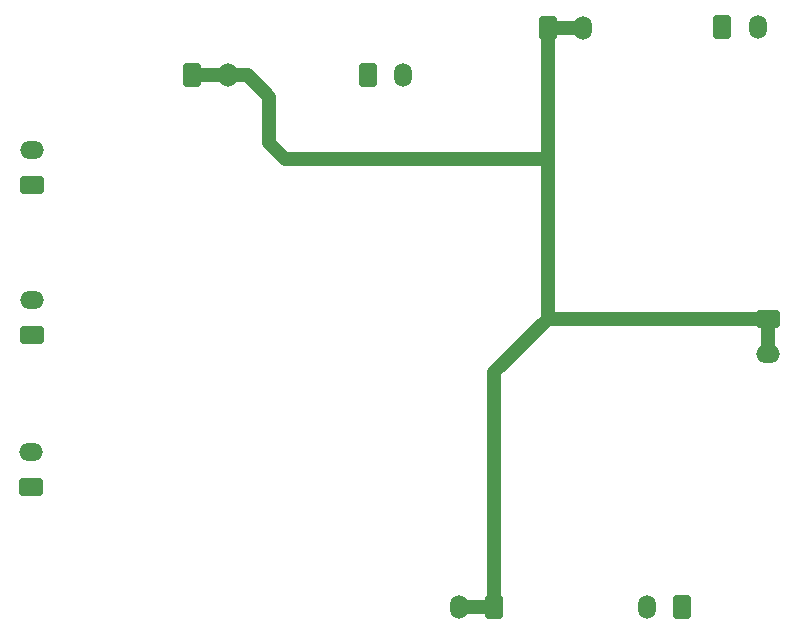
<source format=gbr>
%TF.GenerationSoftware,KiCad,Pcbnew,9.0.2*%
%TF.CreationDate,2025-06-10T12:21:51+08:00*%
%TF.ProjectId,BDU_TS,4244555f-5453-42e6-9b69-6361645f7063,rev?*%
%TF.SameCoordinates,Original*%
%TF.FileFunction,Copper,L2,Bot*%
%TF.FilePolarity,Positive*%
%FSLAX46Y46*%
G04 Gerber Fmt 4.6, Leading zero omitted, Abs format (unit mm)*
G04 Created by KiCad (PCBNEW 9.0.2) date 2025-06-10 12:21:51*
%MOMM*%
%LPD*%
G01*
G04 APERTURE LIST*
G04 Aperture macros list*
%AMRoundRect*
0 Rectangle with rounded corners*
0 $1 Rounding radius*
0 $2 $3 $4 $5 $6 $7 $8 $9 X,Y pos of 4 corners*
0 Add a 4 corners polygon primitive as box body*
4,1,4,$2,$3,$4,$5,$6,$7,$8,$9,$2,$3,0*
0 Add four circle primitives for the rounded corners*
1,1,$1+$1,$2,$3*
1,1,$1+$1,$4,$5*
1,1,$1+$1,$6,$7*
1,1,$1+$1,$8,$9*
0 Add four rect primitives between the rounded corners*
20,1,$1+$1,$2,$3,$4,$5,0*
20,1,$1+$1,$4,$5,$6,$7,0*
20,1,$1+$1,$6,$7,$8,$9,0*
20,1,$1+$1,$8,$9,$2,$3,0*%
G04 Aperture macros list end*
%TA.AperFunction,ComponentPad*%
%ADD10RoundRect,0.250001X0.759999X-0.499999X0.759999X0.499999X-0.759999X0.499999X-0.759999X-0.499999X0*%
%TD*%
%TA.AperFunction,ComponentPad*%
%ADD11O,2.020000X1.500000*%
%TD*%
%TA.AperFunction,ComponentPad*%
%ADD12RoundRect,0.250001X-0.499999X-0.759999X0.499999X-0.759999X0.499999X0.759999X-0.499999X0.759999X0*%
%TD*%
%TA.AperFunction,ComponentPad*%
%ADD13O,1.500000X2.020000*%
%TD*%
%TA.AperFunction,ComponentPad*%
%ADD14RoundRect,0.250001X0.499999X0.759999X-0.499999X0.759999X-0.499999X-0.759999X0.499999X-0.759999X0*%
%TD*%
%TA.AperFunction,ComponentPad*%
%ADD15RoundRect,0.250001X-0.759999X0.499999X-0.759999X-0.499999X0.759999X-0.499999X0.759999X0.499999X0*%
%TD*%
%TA.AperFunction,Conductor*%
%ADD16C,1.200000*%
%TD*%
G04 APERTURE END LIST*
D10*
%TO.P,J13,1,Pin_1*%
%TO.N,/precharge*%
X84560000Y-114400000D03*
D11*
%TO.P,J13,2,Pin_2*%
X84560000Y-111400000D03*
%TD*%
D12*
%TO.P,J5,1,Pin_1*%
%TO.N,/fused_TS+*%
X113100000Y-79500000D03*
D13*
%TO.P,J5,2,Pin_2*%
X116100000Y-79500000D03*
%TD*%
D10*
%TO.P,R1,1*%
%TO.N,Net-(F2-Pad2)*%
X84635000Y-101500000D03*
D11*
%TO.P,R1,2*%
%TO.N,TS+*%
X84635000Y-98500000D03*
%TD*%
D12*
%TO.P,J9,1,Pin_1*%
%TO.N,TS-*%
X128300000Y-75500000D03*
D13*
%TO.P,J9,2,Pin_2*%
X131300000Y-75500000D03*
%TD*%
D10*
%TO.P,J8,1,Pin_1*%
%TO.N,TS+*%
X84625000Y-88825000D03*
D11*
%TO.P,J8,2,Pin_2*%
X84625000Y-85825000D03*
%TD*%
D12*
%TO.P,J7,1,Pin_1*%
%TO.N,/fused_TS+*%
X143100000Y-75400000D03*
D13*
%TO.P,J7,2,Pin_2*%
X146100000Y-75400000D03*
%TD*%
D14*
%TO.P,J10,1,Pin_1*%
%TO.N,TS-*%
X123800000Y-124500000D03*
D13*
%TO.P,J10,2,Pin_2*%
X120800000Y-124500000D03*
%TD*%
D15*
%TO.P,J12,1,Pin_1*%
%TO.N,TS-*%
X147000000Y-100100000D03*
D11*
%TO.P,J12,2,Pin_2*%
X147000000Y-103100000D03*
%TD*%
D14*
%TO.P,J6,1,Pin_1*%
%TO.N,/fused_TS+*%
X139700000Y-124515000D03*
D13*
%TO.P,J6,2,Pin_2*%
X136700000Y-124515000D03*
%TD*%
D12*
%TO.P,J11,1,Pin_1*%
%TO.N,TS-*%
X98200000Y-79500000D03*
D13*
%TO.P,J11,2,Pin_2*%
X101200000Y-79500000D03*
%TD*%
D16*
%TO.N,TS-*%
X128300000Y-86600000D02*
X128300000Y-84400000D01*
X101200000Y-79500000D02*
X98200000Y-79500000D01*
X104700000Y-85200000D02*
X106100000Y-86600000D01*
X101200000Y-79500000D02*
X102900000Y-79500000D01*
X123800000Y-124500000D02*
X120800000Y-124500000D01*
X104700000Y-81300000D02*
X104700000Y-85200000D01*
X128300000Y-75500000D02*
X131300000Y-75500000D01*
X106100000Y-86600000D02*
X128300000Y-86600000D01*
X128300000Y-100100000D02*
X128300000Y-84400000D01*
X147000000Y-103100000D02*
X147000000Y-100100000D01*
X147000000Y-100100000D02*
X128300000Y-100100000D01*
X128300000Y-84400000D02*
X128300000Y-75500000D01*
X102900000Y-79500000D02*
X104700000Y-81300000D01*
X123800000Y-124500000D02*
X123800000Y-104600000D01*
X123800000Y-104600000D02*
X128300000Y-100100000D01*
%TD*%
M02*

</source>
